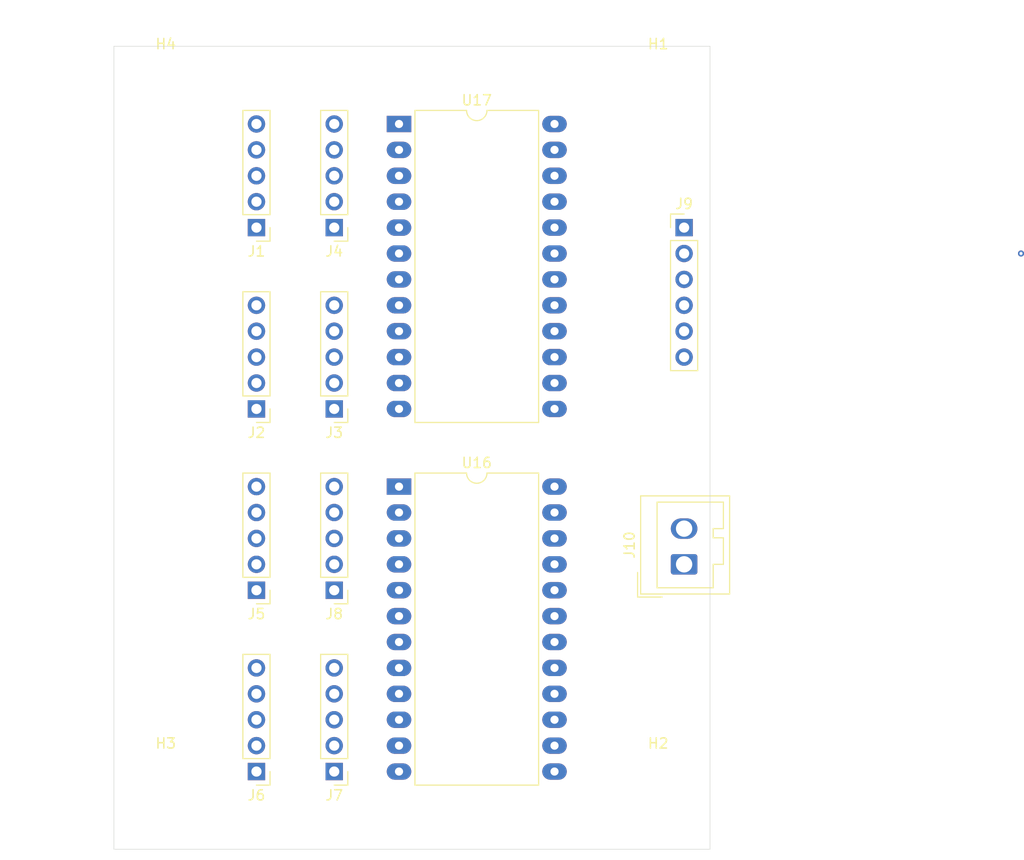
<source format=kicad_pcb>
(kicad_pcb (version 20240108) (generator "pcbnew") (generator_version "8.0")
  (layers (0 "F.Cu" signal) (31 "B.Cu" signal) (34 "B.Paste" user) (35 "F.Paste" user) (36 "B.SilkS" user "B.Silkscreen") (37 "F.SilkS" user "F.Silkscreen") (38 "B.Mask" user) (39 "F.Mask" user) (44 "Edge.Cuts" user))
  (net 0 "")
  (net 1 "GND")
  (net 2 "+5V")
  (net 3 "Net-(J1-Pin_1)")
  (net 4 "Net-(J1-Pin_3)")
  (net 5 "Net-(J1-Pin_2)")
  (net 6 "Net-(J2-Pin_2)")
  (net 7 "Net-(J2-Pin_1)")
  (net 8 "Net-(J2-Pin_3)")
  (net 9 "Net-(J3-Pin_3)")
  (net 10 "Net-(J3-Pin_1)")
  (net 11 "Net-(J3-Pin_2)")
  (net 12 "Net-(J4-Pin_1)")
  (net 13 "Net-(J4-Pin_2)")
  (net 14 "Net-(J4-Pin_3)")
  (net 15 "Net-(J5-Pin_1)")
  (net 16 "Net-(J5-Pin_3)")
  (net 17 "Net-(J5-Pin_2)")
  (net 18 "Net-(J6-Pin_2)")
  (net 19 "Net-(J6-Pin_1)")
  (net 20 "Net-(J6-Pin_3)")
  (net 21 "Net-(J7-Pin_2)")
  (net 22 "Net-(J7-Pin_1)")
  (net 23 "Net-(J7-Pin_3)")
  (net 24 "Net-(J8-Pin_2)")
  (net 25 "Net-(J8-Pin_3)")
  (net 26 "Net-(J8-Pin_1)")
  (net 27 "Net-(J9-Pin_4)")
  (net 29 "Net-(J9-Pin_5)")
  (footprint "Connector_PinHeader_2.54mm:PinHeader_1x06_P2.54mm_Vertical" (layer "F.Cu") (at 203.2 48.26)
    (property "Reference" "J9" (at 0 -2.33 0) (layer "F.SilkS"))
    (property "Value" "Conn_01x06")
    (fp_line (start -1.33 -1.33) (end 0 -1.33) (stroke (width 0.12)) (layer "F.SilkS"))
    (fp_line (start -1.33 0) (end -1.33 -1.33) (stroke (width 0.12)) (layer "F.SilkS"))
    (fp_line (start -1.33 1.27) (end -1.33 14.03) (stroke (width 0.12)) (layer "F.SilkS"))
    (fp_line (start -1.33 1.27) (end 1.33 1.27) (stroke (width 0.12)) (layer "F.SilkS"))
    (fp_line (start -1.33 14.03) (end 1.33 14.03) (stroke (width 0.12)) (layer "F.SilkS"))
    (fp_line (start 1.33 1.27) (end 1.33 14.03) (stroke (width 0.12)) (layer "F.SilkS"))
    (pad "1" thru_hole rect (at 0 0) (size 1.7 1.7) (drill 1) (layers "*.Cu" "*.Mask") (net 1 "GND"))
    (pad "2" thru_hole oval (at 0 2.54) (size 1.7 1.7) (drill 1) (layers "*.Cu" "*.Mask"))
    (pad "3" thru_hole oval (at 0 5.08) (size 1.7 1.7) (drill 1) (layers "*.Cu" "*.Mask") (net 2 "+5V"))
    (pad "4" thru_hole oval (at 0 7.62) (size 1.7 1.7) (drill 1) (layers "*.Cu" "*.Mask") (net 27 "Net-(J9-Pin_4)"))
    (pad "5" thru_hole oval (at 0 10.16) (size 1.7 1.7) (drill 1) (layers "*.Cu" "*.Mask") (net 29 "Net-(J9-Pin_5)"))
    (pad "6" thru_hole oval (at 0 12.7) (size 1.7 1.7) (drill 1) (layers "*.Cu" "*.Mask"))
  )
  (footprint "MountingHole:MountingHole_4.3mm_M4" (layer "F.Cu") (at 152.4 104.14)
    (property "Reference" "H3" (at 0 -5.3 0) (layer "F.SilkS"))
    (property "Value" "MountingHole")
    (pad "" np_thru_hole circle (at 0 0) (size 4.3 4.3) (drill 4.3) (layers "*.Cu" "*.Mask"))
  )
  (footprint "Connector_PinHeader_2.54mm:PinHeader_1x05_P2.54mm_Vertical" (layer "F.Cu") (at 161.29 83.82 180)
    (property "Reference" "J5" (at 0 -2.33 180) (layer "F.SilkS"))
    (property "Value" "Conn_01x05")
    (fp_line (start 1.33 1.27) (end 1.33 11.49) (stroke (width 0.12)) (layer "F.SilkS"))
    (fp_line (start -1.33 11.49) (end 1.33 11.49) (stroke (width 0.12)) (layer "F.SilkS"))
    (fp_line (start -1.33 1.27) (end 1.33 1.27) (stroke (width 0.12)) (layer "F.SilkS"))
    (fp_line (start -1.33 1.27) (end -1.33 11.49) (stroke (width 0.12)) (layer "F.SilkS"))
    (fp_line (start -1.33 0) (end -1.33 -1.33) (stroke (width 0.12)) (layer "F.SilkS"))
    (fp_line (start -1.33 -1.33) (end 0 -1.33) (stroke (width 0.12)) (layer "F.SilkS"))
    (pad "1" thru_hole rect (at 0 0 180) (size 1.7 1.7) (drill 1) (layers "*.Cu" "*.Mask") (net 15 "Net-(J5-Pin_1)"))
    (pad "2" thru_hole oval (at 0 2.54 180) (size 1.7 1.7) (drill 1) (layers "*.Cu" "*.Mask") (net 17 "Net-(J5-Pin_2)"))
    (pad "3" thru_hole oval (at 0 5.08 180) (size 1.7 1.7) (drill 1) (layers "*.Cu" "*.Mask") (net 16 "Net-(J5-Pin_3)"))
    (pad "4" thru_hole oval (at 0 7.62 180) (size 1.7 1.7) (drill 1) (layers "*.Cu" "*.Mask") (net 1 "GND"))
    (pad "5" thru_hole oval (at 0 10.16 180) (size 1.7 1.7) (drill 1) (layers "*.Cu" "*.Mask") (net 2 "+5V"))
  )
  (footprint "MountingHole:MountingHole_4.3mm_M4" (layer "F.Cu") (at 200.66 35.56)
    (property "Reference" "H1" (at 0 -5.3 0) (layer "F.SilkS"))
    (property "Value" "MountingHole")
    (pad "" np_thru_hole circle (at 0 0) (size 4.3 4.3) (drill 4.3) (layers "*.Cu" "*.Mask"))
  )
  (footprint "MountingHole:MountingHole_4.3mm_M4" (layer "F.Cu") (at 152.4 35.56)
    (property "Reference" "H4" (at 0 -5.3 0) (layer "F.SilkS"))
    (property "Value" "MountingHole")
    (pad "" np_thru_hole circle (at 0 0) (size 4.3 4.3) (drill 4.3) (layers "*.Cu" "*.Mask"))
  )
  (footprint "Connector_PinHeader_2.54mm:PinHeader_1x05_P2.54mm_Vertical" (layer "F.Cu") (at 161.29 101.6 180)
    (property "Reference" "J6" (at 0 -2.33 180) (layer "F.SilkS"))
    (property "Value" "Conn_01x05")
    (fp_line (start 1.33 1.27) (end 1.33 11.49) (stroke (width 0.12)) (layer "F.SilkS"))
    (fp_line (start -1.33 11.49) (end 1.33 11.49) (stroke (width 0.12)) (layer "F.SilkS"))
    (fp_line (start -1.33 1.27) (end 1.33 1.27) (stroke (width 0.12)) (layer "F.SilkS"))
    (fp_line (start -1.33 1.27) (end -1.33 11.49) (stroke (width 0.12)) (layer "F.SilkS"))
    (fp_line (start -1.33 0) (end -1.33 -1.33) (stroke (width 0.12)) (layer "F.SilkS"))
    (fp_line (start -1.33 -1.33) (end 0 -1.33) (stroke (width 0.12)) (layer "F.SilkS"))
    (pad "1" thru_hole rect (at 0 0 180) (size 1.7 1.7) (drill 1) (layers "*.Cu" "*.Mask") (net 19 "Net-(J6-Pin_1)"))
    (pad "2" thru_hole oval (at 0 2.54 180) (size 1.7 1.7) (drill 1) (layers "*.Cu" "*.Mask") (net 18 "Net-(J6-Pin_2)"))
    (pad "3" thru_hole oval (at 0 5.08 180) (size 1.7 1.7) (drill 1) (layers "*.Cu" "*.Mask") (net 20 "Net-(J6-Pin_3)"))
    (pad "4" thru_hole oval (at 0 7.62 180) (size 1.7 1.7) (drill 1) (layers "*.Cu" "*.Mask") (net 1 "GND"))
    (pad "5" thru_hole oval (at 0 10.16 180) (size 1.7 1.7) (drill 1) (layers "*.Cu" "*.Mask") (net 2 "+5V"))
  )
  (footprint "Connector_PinHeader_2.54mm:PinHeader_1x05_P2.54mm_Vertical" (layer "F.Cu") (at 161.29 66.04 180)
    (property "Reference" "J2" (at 0 -2.33 180) (layer "F.SilkS"))
    (property "Value" "Conn_01x05")
    (fp_line (start 1.33 1.27) (end 1.33 11.49) (stroke (width 0.12)) (layer "F.SilkS"))
    (fp_line (start -1.33 11.49) (end 1.33 11.49) (stroke (width 0.12)) (layer "F.SilkS"))
    (fp_line (start -1.33 1.27) (end 1.33 1.27) (stroke (width 0.12)) (layer "F.SilkS"))
    (fp_line (start -1.33 1.27) (end -1.33 11.49) (stroke (width 0.12)) (layer "F.SilkS"))
    (fp_line (start -1.33 0) (end -1.33 -1.33) (stroke (width 0.12)) (layer "F.SilkS"))
    (fp_line (start -1.33 -1.33) (end 0 -1.33) (stroke (width 0.12)) (layer "F.SilkS"))
    (pad "1" thru_hole rect (at 0 0 180) (size 1.7 1.7) (drill 1) (layers "*.Cu" "*.Mask") (net 7 "Net-(J2-Pin_1)"))
    (pad "2" thru_hole oval (at 0 2.54 180) (size 1.7 1.7) (drill 1) (layers "*.Cu" "*.Mask") (net 6 "Net-(J2-Pin_2)"))
    (pad "3" thru_hole oval (at 0 5.08 180) (size 1.7 1.7) (drill 1) (layers "*.Cu" "*.Mask") (net 8 "Net-(J2-Pin_3)"))
    (pad "4" thru_hole oval (at 0 7.62 180) (size 1.7 1.7) (drill 1) (layers "*.Cu" "*.Mask") (net 1 "GND"))
    (pad "5" thru_hole oval (at 0 10.16 180) (size 1.7 1.7) (drill 1) (layers "*.Cu" "*.Mask") (net 2 "+5V"))
  )
  (footprint "Connector_PinHeader_2.54mm:PinHeader_1x05_P2.54mm_Vertical" (layer "F.Cu") (at 168.91 101.6 180)
    (property "Reference" "J7" (at 0 -2.33 180) (layer "F.SilkS"))
    (property "Value" "Conn_01x05")
    (fp_line (start 1.33 1.27) (end 1.33 11.49) (stroke (width 0.12)) (layer "F.SilkS"))
    (fp_line (start -1.33 11.49) (end 1.33 11.49) (stroke (width 0.12)) (layer "F.SilkS"))
    (fp_line (start -1.33 1.27) (end 1.33 1.27) (stroke (width 0.12)) (layer "F.SilkS"))
    (fp_line (start -1.33 1.27) (end -1.33 11.49) (stroke (width 0.12)) (layer "F.SilkS"))
    (fp_line (start -1.33 0) (end -1.33 -1.33) (stroke (width 0.12)) (layer "F.SilkS"))
    (fp_line (start -1.33 -1.33) (end 0 -1.33) (stroke (width 0.12)) (layer "F.SilkS"))
    (pad "1" thru_hole rect (at 0 0 180) (size 1.7 1.7) (drill 1) (layers "*.Cu" "*.Mask") (net 22 "Net-(J7-Pin_1)"))
    (pad "2" thru_hole oval (at 0 2.54 180) (size 1.7 1.7) (drill 1) (layers "*.Cu" "*.Mask") (net 21 "Net-(J7-Pin_2)"))
    (pad "3" thru_hole oval (at 0 5.08 180) (size 1.7 1.7) (drill 1) (layers "*.Cu" "*.Mask") (net 23 "Net-(J7-Pin_3)"))
    (pad "4" thru_hole oval (at 0 7.62 180) (size 1.7 1.7) (drill 1) (layers "*.Cu" "*.Mask") (net 1 "GND"))
    (pad "5" thru_hole oval (at 0 10.16 180) (size 1.7 1.7) (drill 1) (layers "*.Cu" "*.Mask") (net 2 "+5V"))
  )
  (footprint "Connector_PinHeader_2.54mm:PinHeader_1x05_P2.54mm_Vertical" (layer "F.Cu") (at 168.91 66.04 180)
    (property "Reference" "J3" (at 0 -2.33 180) (layer "F.SilkS"))
    (property "Value" "Conn_01x05")
    (fp_line (start 1.33 1.27) (end 1.33 11.49) (stroke (width 0.12)) (layer "F.SilkS"))
    (fp_line (start -1.33 11.49) (end 1.33 11.49) (stroke (width 0.12)) (layer "F.SilkS"))
    (fp_line (start -1.33 1.27) (end 1.33 1.27) (stroke (width 0.12)) (layer "F.SilkS"))
    (fp_line (start -1.33 1.27) (end -1.33 11.49) (stroke (width 0.12)) (layer "F.SilkS"))
    (fp_line (start -1.33 0) (end -1.33 -1.33) (stroke (width 0.12)) (layer "F.SilkS"))
    (fp_line (start -1.33 -1.33) (end 0 -1.33) (stroke (width 0.12)) (layer "F.SilkS"))
    (pad "1" thru_hole rect (at 0 0 180) (size 1.7 1.7) (drill 1) (layers "*.Cu" "*.Mask") (net 10 "Net-(J3-Pin_1)"))
    (pad "2" thru_hole oval (at 0 2.54 180) (size 1.7 1.7) (drill 1) (layers "*.Cu" "*.Mask") (net 11 "Net-(J3-Pin_2)"))
    (pad "3" thru_hole oval (at 0 5.08 180) (size 1.7 1.7) (drill 1) (layers "*.Cu" "*.Mask") (net 9 "Net-(J3-Pin_3)"))
    (pad "4" thru_hole oval (at 0 7.62 180) (size 1.7 1.7) (drill 1) (layers "*.Cu" "*.Mask") (net 1 "GND"))
    (pad "5" thru_hole oval (at 0 10.16 180) (size 1.7 1.7) (drill 1) (layers "*.Cu" "*.Mask") (net 2 "+5V"))
  )
  (footprint "Connector_PinHeader_2.54mm:PinHeader_1x05_P2.54mm_Vertical" (layer "F.Cu") (at 161.29 48.26 180)
    (property "Reference" "J1" (at 0 -2.33 180) (layer "F.SilkS"))
    (property "Value" "Conn_01x05")
    (fp_line (start 1.33 1.27) (end 1.33 11.49) (stroke (width 0.12)) (layer "F.SilkS"))
    (fp_line (start -1.33 11.49) (end 1.33 11.49) (stroke (width 0.12)) (layer "F.SilkS"))
    (fp_line (start -1.33 1.27) (end 1.33 1.27) (stroke (width 0.12)) (layer "F.SilkS"))
    (fp_line (start -1.33 1.27) (end -1.33 11.49) (stroke (width 0.12)) (layer "F.SilkS"))
    (fp_line (start -1.33 0) (end -1.33 -1.33) (stroke (width 0.12)) (layer "F.SilkS"))
    (fp_line (start -1.33 -1.33) (end 0 -1.33) (stroke (width 0.12)) (layer "F.SilkS"))
    (pad "1" thru_hole rect (at 0 0 180) (size 1.7 1.7) (drill 1) (layers "*.Cu" "*.Mask") (net 3 "Net-(J1-Pin_1)"))
    (pad "2" thru_hole oval (at 0 2.54 180) (size 1.7 1.7) (drill 1) (layers "*.Cu" "*.Mask") (net 5 "Net-(J1-Pin_2)"))
    (pad "3" thru_hole oval (at 0 5.08 180) (size 1.7 1.7) (drill 1) (layers "*.Cu" "*.Mask") (net 4 "Net-(J1-Pin_3)"))
    (pad "4" thru_hole oval (at 0 7.62 180) (size 1.7 1.7) (drill 1) (layers "*.Cu" "*.Mask") (net 1 "GND"))
    (pad "5" thru_hole oval (at 0 10.16 180) (size 1.7 1.7) (drill 1) (layers "*.Cu" "*.Mask") (net 2 "+5V"))
  )
  (footprint "Package_DIP:DIP-24_W15.24mm_LongPads" (layer "F.Cu") (at 175.26 38.1)
    (property "Reference" "U17" (at 7.62 -2.33 0) (layer "F.SilkS"))
    (property "Value" "Arduino_Pro_Micro")
    (fp_line (start 1.56 -1.33) (end 1.56 29.27) (stroke (width 0.12)) (layer "F.SilkS"))
    (fp_line (start 1.56 29.27) (end 13.68 29.27) (stroke (width 0.12)) (layer "F.SilkS"))
    (fp_line (start 6.62 -1.33) (end 1.56 -1.33) (stroke (width 0.12)) (layer "F.SilkS"))
    (fp_line (start 13.68 -1.33) (end 8.62 -1.33) (stroke (width 0.12)) (layer "F.SilkS"))
    (fp_line (start 13.68 29.27) (end 13.68 -1.33) (stroke (width 0.12)) (layer "F.SilkS"))
    (fp_arc (start 8.62 -1.33) (mid 7.62 -0.33) (end 6.62 -1.33) (stroke (width 0.12)) (layer "F.SilkS"))
    (pad "1" thru_hole rect (at 0 0) (size 2.4 1.6) (drill 0.8) (layers "*.Cu" "*.Mask") (net 29 "Net-(J9-Pin_5)"))
    (pad "2" thru_hole oval (at 0 2.54) (size 2.4 1.6) (drill 0.8) (layers "*.Cu" "*.Mask") (net 27 "Net-(J9-Pin_4)"))
    (pad "3" thru_hole oval (at 0 5.08) (size 2.4 1.6) (drill 0.8) (layers "*.Cu" "*.Mask") (net 1 "GND"))
    (pad "4" thru_hole oval (at 0 7.62) (size 2.4 1.6) (drill 0.8) (layers "*.Cu" "*.Mask") (net 1 "GND"))
    (pad "5" thru_hole oval (at 0 10.16) (size 2.4 1.6) (drill 0.8) (layers "*.Cu" "*.Mask") (net 4 "Net-(J1-Pin_3)"))
    (pad "6" thru_hole oval (at 0 12.7) (size 2.4 1.6) (drill 0.8) (layers "*.Cu" "*.Mask") (net 5 "Net-(J1-Pin_2)"))
    (pad "7" thru_hole oval (at 0 15.24) (size 2.4 1.6) (drill 0.8) (layers "*.Cu" "*.Mask") (net 3 "Net-(J1-Pin_1)"))
    (pad "8" thru_hole oval (at 0 17.78) (size 2.4 1.6) (drill 0.8) (layers "*.Cu" "*.Mask") (net 8 "Net-(J2-Pin_3)"))
    (pad "9" thru_hole oval (at 0 20.32) (size 2.4 1.6) (drill 0.8) (layers "*.Cu" "*.Mask") (net 6 "Net-(J2-Pin_2)"))
    (pad "10" thru_hole oval (at 0 22.86) (size 2.4 1.6) (drill 0.8) (layers "*.Cu" "*.Mask") (net 7 "Net-(J2-Pin_1)"))
    (pad "11" thru_hole oval (at 0 25.4) (size 2.4 1.6) (drill 0.8) (layers "*.Cu" "*.Mask") (net 9 "Net-(J3-Pin_3)"))
    (pad "12" thru_hole oval (at 0 27.94) (size 2.4 1.6) (drill 0.8) (layers "*.Cu" "*.Mask") (net 11 "Net-(J3-Pin_2)"))
    (pad "13" thru_hole oval (at 15.24 27.94) (size 2.4 1.6) (drill 0.8) (layers "*.Cu" "*.Mask") (net 10 "Net-(J3-Pin_1)"))
    (pad "14" thru_hole oval (at 15.24 25.4) (size 2.4 1.6) (drill 0.8) (layers "*.Cu" "*.Mask") (net 14 "Net-(J4-Pin_3)"))
    (pad "15" thru_hole oval (at 15.24 22.86) (size 2.4 1.6) (drill 0.8) (layers "*.Cu" "*.Mask") (net 13 "Net-(J4-Pin_2)"))
    (pad "16" thru_hole oval (at 15.24 20.32) (size 2.4 1.6) (drill 0.8) (layers "*.Cu" "*.Mask") (net 12 "Net-(J4-Pin_1)"))
    (pad "17" thru_hole oval (at 15.24 17.78) (size 2.4 1.6) (drill 0.8) (layers "*.Cu" "*.Mask") (net 1 "GND"))
    (pad "18" thru_hole oval (at 15.24 15.24) (size 2.4 1.6) (drill 0.8) (layers "*.Cu" "*.Mask"))
    (pad "19" thru_hole oval (at 15.24 12.7) (size 2.4 1.6) (drill 0.8) (layers "*.Cu" "*.Mask"))
    (pad "20" thru_hole oval (at 15.24 10.16) (size 2.4 1.6) (drill 0.8) (layers "*.Cu" "*.Mask"))
    (pad "21" thru_hole oval (at 15.24 7.62) (size 2.4 1.6) (drill 0.8) (layers "*.Cu" "*.Mask") (net 2 "+5V"))
    (pad "22" thru_hole oval (at 15.24 5.08) (size 2.4 1.6) (drill 0.8) (layers "*.Cu" "*.Mask"))
    (pad "23" thru_hole oval (at 15.24 2.54) (size 2.4 1.6) (drill 0.8) (layers "*.Cu" "*.Mask") (net 1 "GND"))
    (pad "24" thru_hole oval (at 15.24 0) (size 2.4 1.6) (drill 0.8) (layers "*.Cu" "*.Mask"))
  )
  (footprint "Package_DIP:DIP-24_W15.24mm_LongPads" (layer "F.Cu") (at 175.26 73.66)
    (property "Reference" "U16" (at 7.62 -2.33 0) (layer "F.SilkS"))
    (property "Value" "Arduino_Pro_Micro")
    (fp_line (start 1.56 -1.33) (end 1.56 29.27) (stroke (width 0.12)) (layer "F.SilkS"))
    (fp_line (start 1.56 29.27) (end 13.68 29.27) (stroke (width 0.12)) (layer "F.SilkS"))
    (fp_line (start 6.62 -1.33) (end 1.56 -1.33) (stroke (width 0.12)) (layer "F.SilkS"))
    (fp_line (start 13.68 -1.33) (end 8.62 -1.33) (stroke (width 0.12)) (layer "F.SilkS"))
    (fp_line (start 13.68 29.27) (end 13.68 -1.33) (stroke (width 0.12)) (layer "F.SilkS"))
    (fp_arc (start 8.62 -1.33) (mid 7.62 -0.33) (end 6.62 -1.33) (stroke (width 0.12)) (layer "F.SilkS"))
    (pad "1" thru_hole rect (at 0 0) (size 2.4 1.6) (drill 0.8) (layers "*.Cu" "*.Mask") (net 29 "Net-(J9-Pin_5)"))
    (pad "2" thru_hole oval (at 0 2.54) (size 2.4 1.6) (drill 0.8) (layers "*.Cu" "*.Mask") (net 27 "Net-(J9-Pin_4)"))
    (pad "3" thru_hole oval (at 0 5.08) (size 2.4 1.6) (drill 0.8) (layers "*.Cu" "*.Mask") (net 1 "GND"))
    (pad "4" thru_hole oval (at 0 7.62) (size 2.4 1.6) (drill 0.8) (layers "*.Cu" "*.Mask") (net 1 "GND"))
    (pad "5" thru_hole oval (at 0 10.16) (size 2.4 1.6) (drill 0.8) (layers "*.Cu" "*.Mask") (net 16 "Net-(J5-Pin_3)"))
    (pad "6" thru_hole oval (at 0 12.7) (size 2.4 1.6) (drill 0.8) (layers "*.Cu" "*.Mask") (net 17 "Net-(J5-Pin_2)"))
    (pad "7" thru_hole oval (at 0 15.24) (size 2.4 1.6) (drill 0.8) (layers "*.Cu" "*.Mask") (net 15 "Net-(J5-Pin_1)"))
    (pad "8" thru_hole oval (at 0 17.78) (size 2.4 1.6) (drill 0.8) (layers "*.Cu" "*.Mask") (net 20 "Net-(J6-Pin_3)"))
    (pad "9" thru_hole oval (at 0 20.32) (size 2.4 1.6) (drill 0.8) (layers "*.Cu" "*.Mask") (net 18 "Net-(J6-Pin_2)"))
    (pad "10" thru_hole oval (at 0 22.86) (size 2.4 1.6) (drill 0.8) (layers "*.Cu" "*.Mask") (net 19 "Net-(J6-Pin_1)"))
    (pad "11" thru_hole oval (at 0 25.4) (size 2.4 1.6) (drill 0.8) (layers "*.Cu" "*.Mask") (net 23 "Net-(J7-Pin_3)"))
    (pad "12" thru_hole oval (at 0 27.94) (size 2.4 1.6) (drill 0.8) (layers "*.Cu" "*.Mask") (net 21 "Net-(J7-Pin_2)"))
    (pad "13" thru_hole oval (at 15.24 27.94) (size 2.4 1.6) (drill 0.8) (layers "*.Cu" "*.Mask") (net 22 "Net-(J7-Pin_1)"))
    (pad "14" thru_hole oval (at 15.24 25.4) (size 2.4 1.6) (drill 0.8) (layers "*.Cu" "*.Mask") (net 25 "Net-(J8-Pin_3)"))
    (pad "15" thru_hole oval (at 15.24 22.86) (size 2.4 1.6) (drill 0.8) (layers "*.Cu" "*.Mask") (net 24 "Net-(J8-Pin_2)"))
    (pad "16" thru_hole oval (at 15.24 20.32) (size 2.4 1.6) (drill 0.8) (layers "*.Cu" "*.Mask") (net 26 "Net-(J8-Pin_1)"))
    (pad "17" thru_hole oval (at 15.24 17.78) (size 2.4 1.6) (drill 0.8) (layers "*.Cu" "*.Mask"))
    (pad "18" thru_hole oval (at 15.24 15.24) (size 2.4 1.6) (drill 0.8) (layers "*.Cu" "*.Mask"))
    (pad "19" thru_hole oval (at 15.24 12.7) (size 2.4 1.6) (drill 0.8) (layers "*.Cu" "*.Mask"))
    (pad "20" thru_hole oval (at 15.24 10.16) (size 2.4 1.6) (drill 0.8) (layers "*.Cu" "*.Mask"))
    (pad "21" thru_hole oval (at 15.24 7.62) (size 2.4 1.6) (drill 0.8) (layers "*.Cu" "*.Mask") (net 2 "+5V"))
    (pad "22" thru_hole oval (at 15.24 5.08) (size 2.4 1.6) (drill 0.8) (layers "*.Cu" "*.Mask"))
    (pad "23" thru_hole oval (at 15.24 2.54) (size 2.4 1.6) (drill 0.8) (layers "*.Cu" "*.Mask") (net 1 "GND"))
    (pad "24" thru_hole oval (at 15.24 0) (size 2.4 1.6) (drill 0.8) (layers "*.Cu" "*.Mask"))
  )
  (footprint "MountingHole:MountingHole_4.3mm_M4" (layer "F.Cu") (at 200.66 104.14)
    (property "Reference" "H2" (at 0 -5.3 0) (layer "F.SilkS"))
    (property "Value" "MountingHole")
    (pad "" np_thru_hole circle (at 0 0) (size 4.3 4.3) (drill 4.3) (layers "*.Cu" "*.Mask"))
  )
  (footprint "Connector_Wago:Wago_734-132_1x02_P3.50mm_Vertical" (layer "F.Cu") (at 203.2 81.28 90)
    (property "Reference" "J10" (at 1.9 -5.35 270) (layer "F.SilkS"))
    (property "Value" "Screw_Terminal_01x02")
    (fp_line (start -3.21 -4.56) (end -0.8 -4.56) (stroke (width 0.12)) (layer "F.SilkS"))
    (fp_line (start 6.71 -4.26) (end -2.91 -4.26) (stroke (width 0.12)) (layer "F.SilkS"))
    (fp_line (start -2.91 -4.26) (end -2.91 4.46) (stroke (width 0.12)) (layer "F.SilkS"))
    (fp_line (start 6.1 -2.65) (end -2.3 -2.65) (stroke (width 0.12)) (layer "F.SilkS"))
    (fp_line (start -2.3 -2.65) (end -2.3 2.85) (stroke (width 0.12)) (layer "F.SilkS"))
    (fp_line (start -3.21 -2.15) (end -3.21 -4.56) (stroke (width 0.12)) (layer "F.SilkS"))
    (fp_line (start 3.5 2.85) (end 3.5 3.85) (stroke (width 0.12)) (layer "F.SilkS"))
    (fp_line (start 2.6 2.85) (end 3.5 2.85) (stroke (width 0.12)) (layer "F.SilkS"))
    (fp_line (start 0 2.85) (end 0 3.85) (stroke (width 0.12)) (layer "F.SilkS"))
    (fp_line (start -2.3 2.85) (end 0 2.85) (stroke (width 0.12)) (layer "F.SilkS"))
    (fp_line (start 6.1 3.85) (end 6.1 -2.65) (stroke (width 0.12)) (layer "F.SilkS"))
    (fp_line (start 3.5 3.85) (end 6.1 3.85) (stroke (width 0.12)) (layer "F.SilkS"))
    (fp_line (start 2.6 3.85) (end 2.6 2.85) (stroke (width 0.12)) (layer "F.SilkS"))
    (fp_line (start 0 3.85) (end 2.6 3.85) (stroke (width 0.12)) (layer "F.SilkS"))
    (fp_line (start 6.71 4.46) (end 6.71 -4.26) (stroke (width 0.12)) (layer "F.SilkS"))
    (fp_line (start -2.91 4.46) (end 6.71 4.46) (stroke (width 0.12)) (layer "F.SilkS"))
    (pad "1" thru_hole roundrect (at 0 0 90) (size 2 2.6) (drill 1.6) (layers "*.Cu" "*.Mask") (roundrect_rratio 0.125) (net 2 "+5V"))
    (pad "2" thru_hole oval (at 3.5 0 90) (size 2 2.6) (drill 1.6) (layers "*.Cu" "*.Mask") (net 1 "GND"))
  )
  (footprint "Connector_PinHeader_2.54mm:PinHeader_1x05_P2.54mm_Vertical" (layer "F.Cu") (at 168.91 83.82 180)
    (property "Reference" "J8" (at 0 -2.33 180) (layer "F.SilkS"))
    (property "Value" "Conn_01x05")
    (fp_line (start 1.33 1.27) (end 1.33 11.49) (stroke (width 0.12)) (layer "F.SilkS"))
    (fp_line (start -1.33 11.49) (end 1.33 11.49) (stroke (width 0.12)) (layer "F.SilkS"))
    (fp_line (start -1.33 1.27) (end 1.33 1.27) (stroke (width 0.12)) (layer "F.SilkS"))
    (fp_line (start -1.33 1.27) (end -1.33 11.49) (stroke (width 0.12)) (layer "F.SilkS"))
    (fp_line (start -1.33 0) (end -1.33 -1.33) (stroke (width 0.12)) (layer "F.SilkS"))
    (fp_line (start -1.33 -1.33) (end 0 -1.33) (stroke (width 0.12)) (layer "F.SilkS"))
    (pad "1" thru_hole rect (at 0 0 180) (size 1.7 1.7) (drill 1) (layers "*.Cu" "*.Mask") (net 26 "Net-(J8-Pin_1)"))
    (pad "2" thru_hole oval (at 0 2.54 180) (size 1.7 1.7) (drill 1) (layers "*.Cu" "*.Mask") (net 24 "Net-(J8-Pin_2)"))
    (pad "3" thru_hole oval (at 0 5.08 180) (size 1.7 1.7) (drill 1) (layers "*.Cu" "*.Mask") (net 25 "Net-(J8-Pin_3)"))
    (pad "4" thru_hole oval (at 0 7.62 180) (size 1.7 1.7) (drill 1) (layers "*.Cu" "*.Mask") (net 1 "GND"))
    (pad "5" thru_hole oval (at 0 10.16 180) (size 1.7 1.7) (drill 1) (layers "*.Cu" "*.Mask") (net 2 "+5V"))
  )
  (footprint "Connector_PinHeader_2.54mm:PinHeader_1x05_P2.54mm_Vertical" (layer "F.Cu") (at 168.91 48.26 180)
    (property "Reference" "J4" (at 0 -2.33 180) (layer "F.SilkS"))
    (property "Value" "Conn_01x05")
    (fp_line (start 1.33 1.27) (end 1.33 11.49) (stroke (width 0.12)) (layer "F.SilkS"))
    (fp_line (start -1.33 11.49) (end 1.33 11.49) (stroke (width 0.12)) (layer "F.SilkS"))
    (fp_line (start -1.33 1.27) (end 1.33 1.27) (stroke (width 0.12)) (layer "F.SilkS"))
    (fp_line (start -1.33 1.27) (end -1.33 11.49) (stroke (width 0.12)) (layer "F.SilkS"))
    (fp_line (start -1.33 0) (end -1.33 -1.33) (stroke (width 0.12)) (layer "F.SilkS"))
    (fp_line (start -1.33 -1.33) (end 0 -1.33) (stroke (width 0.12)) (layer "F.SilkS"))
    (pad "1" thru_hole rect (at 0 0 180) (size 1.7 1.7) (drill 1) (layers "*.Cu" "*.Mask") (net 12 "Net-(J4-Pin_1)"))
    (pad "2" thru_hole oval (at 0 2.54 180) (size 1.7 1.7) (drill 1) (layers "*.Cu" "*.Mask") (net 13 "Net-(J4-Pin_2)"))
    (pad "3" thru_hole oval (at 0 5.08 180) (size 1.7 1.7) (drill 1) (layers "*.Cu" "*.Mask") (net 14 "Net-(J4-Pin_3)"))
    (pad "4" thru_hole oval (at 0 7.62 180) (size 1.7 1.7) (drill 1) (layers "*.Cu" "*.Mask") (net 1 "GND"))
    (pad "5" thru_hole oval (at 0 10.16 180) (size 1.7 1.7) (drill 1) (layers "*.Cu" "*.Mask") (net 2 "+5V"))
  )
  (gr_line (start 147.32 109.22) (end 147.32 30.48) (stroke (width 0.05)) (layer "Edge.Cuts"))
  (gr_line (start 205.74 109.22) (end 147.32 109.22) (stroke (width 0.05)) (layer "Edge.Cuts"))
  (gr_line (start 147.32 30.48) (end 205.74 30.48) (stroke (width 0.05)) (layer "Edge.Cuts"))
  (gr_line (start 205.74 30.48) (end 205.74 109.22) (stroke (width 0.05)) (layer "Edge.Cuts"))
  (via (at 236.22 50.8) (size 0.6) (drill 0.3) (layers "F.Cu" "B.Cu") (net 0))
)
</source>
